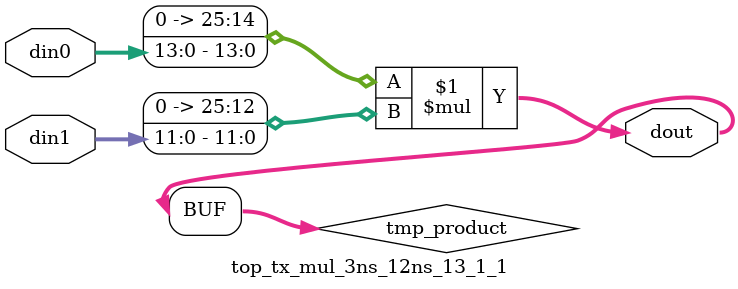
<source format=v>

`timescale 1 ns / 1 ps

  module top_tx_mul_3ns_12ns_13_1_1(din0, din1, dout);
parameter ID = 1;
parameter NUM_STAGE = 0;
parameter din0_WIDTH = 14;
parameter din1_WIDTH = 12;
parameter dout_WIDTH = 26;

input [din0_WIDTH - 1 : 0] din0; 
input [din1_WIDTH - 1 : 0] din1; 
output [dout_WIDTH - 1 : 0] dout;

wire signed [dout_WIDTH - 1 : 0] tmp_product;










assign tmp_product = $signed({1'b0, din0}) * $signed({1'b0, din1});











assign dout = tmp_product;







endmodule

</source>
